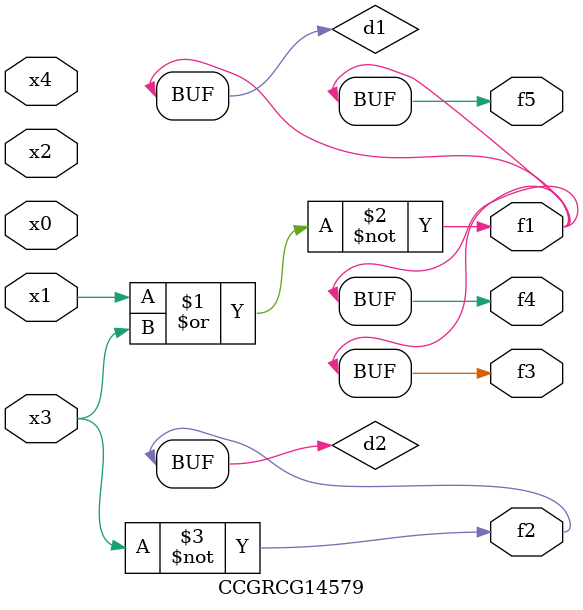
<source format=v>
module CCGRCG14579(
	input x0, x1, x2, x3, x4,
	output f1, f2, f3, f4, f5
);

	wire d1, d2;

	nor (d1, x1, x3);
	not (d2, x3);
	assign f1 = d1;
	assign f2 = d2;
	assign f3 = d1;
	assign f4 = d1;
	assign f5 = d1;
endmodule

</source>
